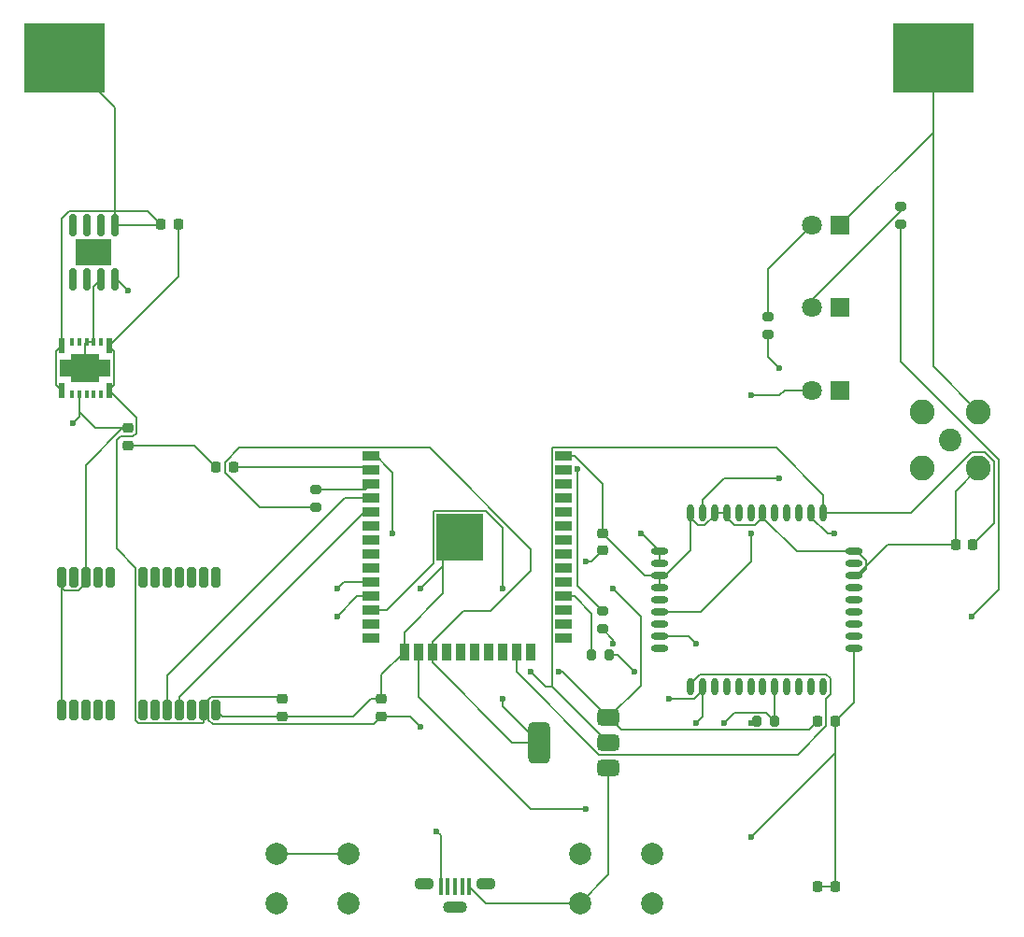
<source format=gbr>
%TF.GenerationSoftware,KiCad,Pcbnew,9.0.0*%
%TF.CreationDate,2025-07-02T16:13:02+05:30*%
%TF.ProjectId,ESP32 GPS + GSM Tracker,45535033-3220-4475-9053-202b2047534d,rev?*%
%TF.SameCoordinates,Original*%
%TF.FileFunction,Copper,L1,Top*%
%TF.FilePolarity,Positive*%
%FSLAX46Y46*%
G04 Gerber Fmt 4.6, Leading zero omitted, Abs format (unit mm)*
G04 Created by KiCad (PCBNEW 9.0.0) date 2025-07-02 16:13:02*
%MOMM*%
%LPD*%
G01*
G04 APERTURE LIST*
G04 Aperture macros list*
%AMRoundRect*
0 Rectangle with rounded corners*
0 $1 Rounding radius*
0 $2 $3 $4 $5 $6 $7 $8 $9 X,Y pos of 4 corners*
0 Add a 4 corners polygon primitive as box body*
4,1,4,$2,$3,$4,$5,$6,$7,$8,$9,$2,$3,0*
0 Add four circle primitives for the rounded corners*
1,1,$1+$1,$2,$3*
1,1,$1+$1,$4,$5*
1,1,$1+$1,$6,$7*
1,1,$1+$1,$8,$9*
0 Add four rect primitives between the rounded corners*
20,1,$1+$1,$2,$3,$4,$5,0*
20,1,$1+$1,$4,$5,$6,$7,0*
20,1,$1+$1,$6,$7,$8,$9,0*
20,1,$1+$1,$8,$9,$2,$3,0*%
%AMFreePoly0*
4,1,13,0.750000,1.250000,1.250000,1.250000,1.250000,-1.250000,0.750000,-1.250000,0.750000,-2.300000,-0.750000,-2.300000,-0.750000,-1.250000,-1.250000,-1.250000,-1.250000,1.250000,-0.750000,1.250000,-0.750000,2.300000,0.750000,2.300000,0.750000,1.250000,0.750000,1.250000,$1*%
G04 Aperture macros list end*
%TA.AperFunction,ComponentPad*%
%ADD10R,1.800000X1.800000*%
%TD*%
%TA.AperFunction,ComponentPad*%
%ADD11C,1.800000*%
%TD*%
%TA.AperFunction,ComponentPad*%
%ADD12C,2.000000*%
%TD*%
%TA.AperFunction,SMDPad,CuDef*%
%ADD13R,7.340000X6.350000*%
%TD*%
%TA.AperFunction,SMDPad,CuDef*%
%ADD14R,1.500000X0.900000*%
%TD*%
%TA.AperFunction,SMDPad,CuDef*%
%ADD15R,0.900000X1.500000*%
%TD*%
%TA.AperFunction,SMDPad,CuDef*%
%ADD16R,1.050000X1.050000*%
%TD*%
%TA.AperFunction,HeatsinkPad*%
%ADD17C,0.600000*%
%TD*%
%TA.AperFunction,HeatsinkPad*%
%ADD18R,4.200000X4.200000*%
%TD*%
%TA.AperFunction,SMDPad,CuDef*%
%ADD19O,0.600000X1.600000*%
%TD*%
%TA.AperFunction,SMDPad,CuDef*%
%ADD20O,1.600000X0.600000*%
%TD*%
%TA.AperFunction,SMDPad,CuDef*%
%ADD21RoundRect,0.200000X-0.200000X0.700000X-0.200000X-0.700000X0.200000X-0.700000X0.200000X0.700000X0*%
%TD*%
%TA.AperFunction,SMDPad,CuDef*%
%ADD22RoundRect,0.200000X0.275000X-0.200000X0.275000X0.200000X-0.275000X0.200000X-0.275000X-0.200000X0*%
%TD*%
%TA.AperFunction,SMDPad,CuDef*%
%ADD23RoundRect,0.225000X-0.225000X-0.250000X0.225000X-0.250000X0.225000X0.250000X-0.225000X0.250000X0*%
%TD*%
%TA.AperFunction,SMDPad,CuDef*%
%ADD24RoundRect,0.050000X0.200000X-0.650000X0.200000X0.650000X-0.200000X0.650000X-0.200000X-0.650000X0*%
%TD*%
%TA.AperFunction,SMDPad,CuDef*%
%ADD25RoundRect,0.050050X0.124950X-0.299950X0.124950X0.299950X-0.124950X0.299950X-0.124950X-0.299950X0*%
%TD*%
%TA.AperFunction,ComponentPad*%
%ADD26C,0.500000*%
%TD*%
%TA.AperFunction,SMDPad,CuDef*%
%ADD27FreePoly0,90.000000*%
%TD*%
%TA.AperFunction,SMDPad,CuDef*%
%ADD28RoundRect,0.225000X-0.250000X0.225000X-0.250000X-0.225000X0.250000X-0.225000X0.250000X0.225000X0*%
%TD*%
%TA.AperFunction,SMDPad,CuDef*%
%ADD29RoundRect,0.225000X0.225000X0.250000X-0.225000X0.250000X-0.225000X-0.250000X0.225000X-0.250000X0*%
%TD*%
%TA.AperFunction,SMDPad,CuDef*%
%ADD30RoundRect,0.200000X-0.200000X-0.275000X0.200000X-0.275000X0.200000X0.275000X-0.200000X0.275000X0*%
%TD*%
%TA.AperFunction,SMDPad,CuDef*%
%ADD31R,0.450000X1.500000*%
%TD*%
%TA.AperFunction,HeatsinkPad*%
%ADD32O,1.800000X1.100000*%
%TD*%
%TA.AperFunction,HeatsinkPad*%
%ADD33O,2.200000X1.100000*%
%TD*%
%TA.AperFunction,SMDPad,CuDef*%
%ADD34RoundRect,0.225000X0.250000X-0.225000X0.250000X0.225000X-0.250000X0.225000X-0.250000X-0.225000X0*%
%TD*%
%TA.AperFunction,SMDPad,CuDef*%
%ADD35RoundRect,0.150000X0.150000X-0.825000X0.150000X0.825000X-0.150000X0.825000X-0.150000X-0.825000X0*%
%TD*%
%TA.AperFunction,HeatsinkPad*%
%ADD36C,0.500000*%
%TD*%
%TA.AperFunction,HeatsinkPad*%
%ADD37R,3.300000X2.410000*%
%TD*%
%TA.AperFunction,ComponentPad*%
%ADD38C,2.050000*%
%TD*%
%TA.AperFunction,ComponentPad*%
%ADD39C,2.250000*%
%TD*%
%TA.AperFunction,SMDPad,CuDef*%
%ADD40RoundRect,0.375000X0.625000X0.375000X-0.625000X0.375000X-0.625000X-0.375000X0.625000X-0.375000X0*%
%TD*%
%TA.AperFunction,SMDPad,CuDef*%
%ADD41RoundRect,0.500000X0.500000X1.400000X-0.500000X1.400000X-0.500000X-1.400000X0.500000X-1.400000X0*%
%TD*%
%TA.AperFunction,ViaPad*%
%ADD42C,0.600000*%
%TD*%
%TA.AperFunction,Conductor*%
%ADD43C,0.200000*%
%TD*%
G04 APERTURE END LIST*
D10*
%TO.P,D2,1,K*%
%TO.N,GND*%
X150540000Y-74530000D03*
D11*
%TO.P,D2,2,A*%
%TO.N,Net-(D2-A)*%
X148000000Y-74530000D03*
%TD*%
D12*
%TO.P,SW2,1,1*%
%TO.N,Net-(U1-IO25)*%
X127000000Y-124000000D03*
X133500000Y-124000000D03*
%TO.P,SW2,2,2*%
%TO.N,GND*%
X127000000Y-128500000D03*
X133500000Y-128500000D03*
%TD*%
D13*
%TO.P,BT1,1,+*%
%TO.N,Net-(BT1-+)*%
X80300000Y-51865000D03*
%TO.P,BT1,2,-*%
%TO.N,GND*%
X158960000Y-51865000D03*
%TD*%
D14*
%TO.P,U1,1,GND*%
%TO.N,GND*%
X108000000Y-88000000D03*
%TO.P,U1,2,VDD*%
%TO.N,Net-(U1-VDD)*%
X108000000Y-89270000D03*
%TO.P,U1,3,EN*%
%TO.N,Net-(U1-EN)*%
X108000000Y-90540000D03*
%TO.P,U1,4,SENSOR_VP*%
%TO.N,Net-(U1-SENSOR_VP)*%
X108000000Y-91810000D03*
%TO.P,U1,5,SENSOR_VN*%
%TO.N,Net-(U1-SENSOR_VN)*%
X108000000Y-93080000D03*
%TO.P,U1,6,IO34*%
%TO.N,unconnected-(U1-IO34-Pad6)*%
X108000000Y-94350000D03*
%TO.P,U1,7,IO35*%
%TO.N,unconnected-(U1-IO35-Pad7)*%
X108000000Y-95620000D03*
%TO.P,U1,8,IO32*%
%TO.N,unconnected-(U1-IO32-Pad8)*%
X108000000Y-96890000D03*
%TO.P,U1,9,IO33*%
%TO.N,unconnected-(U1-IO33-Pad9)*%
X108000000Y-98160000D03*
%TO.P,U1,10,IO25*%
%TO.N,Net-(U1-IO25)*%
X108000000Y-99430000D03*
%TO.P,U1,11,IO26*%
%TO.N,Net-(U1-IO26)*%
X108000000Y-100700000D03*
%TO.P,U1,12,IO27*%
%TO.N,Net-(U1-IO27)*%
X108000000Y-101970000D03*
%TO.P,U1,13,IO14*%
%TO.N,unconnected-(U1-IO14-Pad13)*%
X108000000Y-103240000D03*
%TO.P,U1,14,IO12*%
%TO.N,unconnected-(U1-IO12-Pad14)*%
X108000000Y-104510000D03*
D15*
%TO.P,U1,15,GND*%
%TO.N,GND*%
X111040000Y-105760000D03*
%TO.P,U1,16,IO13*%
%TO.N,Net-(U1-IO13)*%
X112310000Y-105760000D03*
%TO.P,U1,17,SHD/SD2*%
%TO.N,/3.3V*%
X113580000Y-105760000D03*
%TO.P,U1,18,SWP/SD3*%
%TO.N,unconnected-(U1-SWP{slash}SD3-Pad18)*%
X114850000Y-105760000D03*
%TO.P,U1,19,SCS/CMD*%
%TO.N,unconnected-(U1-SCS{slash}CMD-Pad19)*%
X116120000Y-105760000D03*
%TO.P,U1,20,SCK/CLK*%
%TO.N,unconnected-(U1-SCK{slash}CLK-Pad20)*%
X117390000Y-105760000D03*
%TO.P,U1,21,SDO/SD0*%
%TO.N,unconnected-(U1-SDO{slash}SD0-Pad21)*%
X118660000Y-105760000D03*
%TO.P,U1,22,SDI/SD1*%
%TO.N,unconnected-(U1-SDI{slash}SD1-Pad22)*%
X119930000Y-105760000D03*
%TO.P,U1,23,IO15*%
%TO.N,Net-(U1-IO15)*%
X121200000Y-105760000D03*
%TO.P,U1,24,IO2*%
%TO.N,unconnected-(U1-IO2-Pad24)*%
X122470000Y-105760000D03*
D14*
%TO.P,U1,25,IO0*%
%TO.N,unconnected-(U1-IO0-Pad25)*%
X125500000Y-104510000D03*
%TO.P,U1,26,IO4*%
%TO.N,unconnected-(U1-IO4-Pad26)*%
X125500000Y-103240000D03*
%TO.P,U1,27,IO16*%
%TO.N,unconnected-(U1-IO16-Pad27)*%
X125500000Y-101970000D03*
%TO.P,U1,28,IO17*%
%TO.N,Net-(U1-IO17)*%
X125500000Y-100700000D03*
%TO.P,U1,29,IO5*%
%TO.N,unconnected-(U1-IO5-Pad29)*%
X125500000Y-99430000D03*
%TO.P,U1,30,IO18*%
%TO.N,unconnected-(U1-IO18-Pad30)*%
X125500000Y-98160000D03*
%TO.P,U1,31,IO19*%
%TO.N,unconnected-(U1-IO19-Pad31)*%
X125500000Y-96890000D03*
%TO.P,U1,32,NC*%
%TO.N,unconnected-(U1-NC-Pad32)*%
X125500000Y-95620000D03*
%TO.P,U1,33,IO21*%
%TO.N,unconnected-(U1-IO21-Pad33)*%
X125500000Y-94350000D03*
%TO.P,U1,34,RXD0/IO3*%
%TO.N,unconnected-(U1-RXD0{slash}IO3-Pad34)*%
X125500000Y-93080000D03*
%TO.P,U1,35,TXD0/IO1*%
%TO.N,unconnected-(U1-TXD0{slash}IO1-Pad35)*%
X125500000Y-91810000D03*
%TO.P,U1,36,IO22*%
%TO.N,unconnected-(U1-IO22-Pad36)*%
X125500000Y-90540000D03*
%TO.P,U1,37,IO23*%
%TO.N,unconnected-(U1-IO23-Pad37)*%
X125500000Y-89270000D03*
%TO.P,U1,38,GND*%
%TO.N,GND*%
X125500000Y-88000000D03*
D16*
%TO.P,U1,39,GND*%
X114545000Y-93815000D03*
D17*
X114545000Y-94577500D03*
D16*
X114545000Y-95340000D03*
D17*
X114545000Y-96102500D03*
D16*
X114545000Y-96865000D03*
D17*
X115307500Y-93815000D03*
X115307500Y-95340000D03*
X115307500Y-96865000D03*
D16*
X116070000Y-93815000D03*
D17*
X116070000Y-94577500D03*
D16*
X116070000Y-95340000D03*
D18*
X116070000Y-95340000D03*
D17*
X116070000Y-96102500D03*
D16*
X116070000Y-96865000D03*
D17*
X116832500Y-93815000D03*
X116832500Y-95340000D03*
X116832500Y-96865000D03*
D16*
X117595000Y-93815000D03*
D17*
X117595000Y-94577500D03*
D16*
X117595000Y-95340000D03*
D17*
X117595000Y-96102500D03*
D16*
X117595000Y-96865000D03*
%TD*%
D19*
%TO.P,U2,1,UART1_TXD*%
%TO.N,Net-(U1-IO15)*%
X136950000Y-108850000D03*
%TO.P,U2,2,UART1_RXD*%
%TO.N,Net-(U2-UART1_RXD)*%
X138050000Y-108850000D03*
%TO.P,U2,3,UART1_RTS*%
%TO.N,unconnected-(U2-UART1_RTS-Pad3)*%
X139150000Y-108850000D03*
%TO.P,U2,4,UART1_CTS*%
%TO.N,unconnected-(U2-UART1_CTS-Pad4)*%
X140250000Y-108850000D03*
%TO.P,U2,5,UART1_DCD*%
%TO.N,unconnected-(U2-UART1_DCD-Pad5)*%
X141350000Y-108850000D03*
%TO.P,U2,6,UART1_DTR*%
%TO.N,unconnected-(U2-UART1_DTR-Pad6)*%
X142450000Y-108850000D03*
%TO.P,U2,7,UART1_RI*%
%TO.N,unconnected-(U2-UART1_RI-Pad7)*%
X143550000Y-108850000D03*
%TO.P,U2,8,GND*%
%TO.N,GND*%
X144650000Y-108850000D03*
%TO.P,U2,9,MICP*%
%TO.N,unconnected-(U2-MICP-Pad9)*%
X145750000Y-108850000D03*
%TO.P,U2,10,MICN*%
%TO.N,unconnected-(U2-MICN-Pad10)*%
X146850000Y-108850000D03*
%TO.P,U2,11,SPKP*%
%TO.N,unconnected-(U2-SPKP-Pad11)*%
X147950000Y-108850000D03*
%TO.P,U2,12,SPKN*%
%TO.N,unconnected-(U2-SPKN-Pad12)*%
X149050000Y-108850000D03*
D20*
%TO.P,U2,13,GND*%
%TO.N,GND*%
X151800000Y-105400000D03*
%TO.P,U2,14,SIM_DET*%
%TO.N,unconnected-(U2-SIM_DET-Pad14)*%
X151800000Y-104300000D03*
%TO.P,U2,15,SIM_DATA*%
%TO.N,unconnected-(U2-SIM_DATA-Pad15)*%
X151800000Y-103200000D03*
%TO.P,U2,16,SIM_CLK*%
%TO.N,unconnected-(U2-SIM_CLK-Pad16)*%
X151800000Y-102100000D03*
%TO.P,U2,17,SIM_RST*%
%TO.N,unconnected-(U2-SIM_RST-Pad17)*%
X151800000Y-101000000D03*
%TO.P,U2,18,SIM_VDD*%
%TO.N,unconnected-(U2-SIM_VDD-Pad18)*%
X151800000Y-99900000D03*
%TO.P,U2,19,GND*%
%TO.N,GND*%
X151800000Y-98800000D03*
%TO.P,U2,20,BT_ANT*%
%TO.N,unconnected-(U2-BT_ANT-Pad20)*%
X151800000Y-97700000D03*
%TO.P,U2,21,GND*%
%TO.N,GND*%
X151800000Y-96600000D03*
D19*
%TO.P,U2,22,UART2_TXD*%
%TO.N,/3.3V*%
X149050000Y-93150000D03*
%TO.P,U2,23,UART2_RXD*%
%TO.N,Net-(U1-IO13)*%
X147950000Y-93150000D03*
%TO.P,U2,24,USB_VBUS*%
%TO.N,unconnected-(U2-USB_VBUS-Pad24)*%
X146850000Y-93150000D03*
%TO.P,U2,25,USB_DP*%
%TO.N,unconnected-(U2-USB_DP-Pad25)*%
X145750000Y-93150000D03*
%TO.P,U2,26,USB_DM*%
%TO.N,unconnected-(U2-USB_DM-Pad26)*%
X144650000Y-93150000D03*
%TO.P,U2,27,GND*%
%TO.N,GND*%
X143550000Y-93150000D03*
%TO.P,U2,28,VRTC*%
%TO.N,unconnected-(U2-VRTC-Pad28)*%
X142450000Y-93150000D03*
%TO.P,U2,29,RF_SYNC*%
%TO.N,unconnected-(U2-RF_SYNC-Pad29)*%
X141350000Y-93150000D03*
%TO.P,U2,30,GND*%
%TO.N,GND*%
X140250000Y-93150000D03*
%TO.P,U2,31,GND*%
X139150000Y-93150000D03*
%TO.P,U2,32,GSM_ANT*%
%TO.N,Net-(J2-In)*%
X138050000Y-93150000D03*
%TO.P,U2,33,GND*%
%TO.N,GND*%
X136950000Y-93150000D03*
D20*
%TO.P,U2,34,VBAT*%
%TO.N,/4V*%
X134200000Y-96600000D03*
%TO.P,U2,35,VBAT*%
X134200000Y-97700000D03*
%TO.P,U2,36,GND*%
%TO.N,GND*%
X134200000Y-98800000D03*
%TO.P,U2,37,GND*%
X134200000Y-99900000D03*
%TO.P,U2,38,ADC*%
%TO.N,unconnected-(U2-ADC-Pad38)*%
X134200000Y-101000000D03*
%TO.P,U2,39,~{PWRKEY}*%
%TO.N,Net-(U2-~{PWRKEY})*%
X134200000Y-102100000D03*
%TO.P,U2,40,VDD_EXT*%
%TO.N,unconnected-(U2-VDD_EXT-Pad40)*%
X134200000Y-103200000D03*
%TO.P,U2,41,NETLIGHT*%
%TO.N,Net-(U2-NETLIGHT)*%
X134200000Y-104300000D03*
%TO.P,U2,42,STATUS*%
%TO.N,unconnected-(U2-STATUS-Pad42)*%
X134200000Y-105400000D03*
%TD*%
D21*
%TO.P,U3,1,~{SAFEBOOT}*%
%TO.N,unconnected-(U3-~{SAFEBOOT}-Pad1)*%
X94000000Y-99000000D03*
%TO.P,U3,2,D_SEL*%
%TO.N,unconnected-(U3-D_SEL-Pad2)*%
X92900000Y-99000000D03*
%TO.P,U3,3,TIMEPULSE*%
%TO.N,unconnected-(U3-TIMEPULSE-Pad3)*%
X91800000Y-99000000D03*
%TO.P,U3,4,EXTINT*%
%TO.N,unconnected-(U3-EXTINT-Pad4)*%
X90700000Y-99000000D03*
%TO.P,U3,5,USB_DM*%
%TO.N,unconnected-(U3-USB_DM-Pad5)*%
X89600000Y-99000000D03*
%TO.P,U3,6,USB_DP*%
%TO.N,unconnected-(U3-USB_DP-Pad6)*%
X88500000Y-99000000D03*
%TO.P,U3,7,VDD_USB*%
%TO.N,unconnected-(U3-VDD_USB-Pad7)*%
X87400000Y-99000000D03*
%TO.P,U3,8,~{RESET}*%
%TO.N,unconnected-(U3-~{RESET}-Pad8)*%
X84400000Y-99000000D03*
%TO.P,U3,9,VCC_RF*%
%TO.N,unconnected-(U3-VCC_RF-Pad9)*%
X83300000Y-99000000D03*
%TO.P,U3,10,GND*%
%TO.N,GND*%
X82200000Y-99000000D03*
%TO.P,U3,11,RF_IN*%
%TO.N,unconnected-(U3-RF_IN-Pad11)*%
X81100000Y-99000000D03*
%TO.P,U3,12,GND*%
%TO.N,GND*%
X80000000Y-99000000D03*
%TO.P,U3,13,GND*%
X80000000Y-111000000D03*
%TO.P,U3,14,LNA_EN*%
%TO.N,unconnected-(U3-LNA_EN-Pad14)*%
X81100000Y-111000000D03*
%TO.P,U3,15,RESERVED*%
%TO.N,unconnected-(U3-RESERVED-Pad15)*%
X82200000Y-111000000D03*
%TO.P,U3,16,RESERVED*%
%TO.N,unconnected-(U3-RESERVED-Pad16)*%
X83300000Y-111000000D03*
%TO.P,U3,17,RESERVED*%
%TO.N,unconnected-(U3-RESERVED-Pad17)*%
X84400000Y-111000000D03*
%TO.P,U3,18,SDA/~{SPI_CS}*%
%TO.N,unconnected-(U3-SDA{slash}~{SPI_CS}-Pad18)*%
X87400000Y-111000000D03*
%TO.P,U3,19,SCL/SPI_CLK*%
%TO.N,unconnected-(U3-SCL{slash}SPI_CLK-Pad19)*%
X88500000Y-111000000D03*
%TO.P,U3,20,TXD/SPI_MISO*%
%TO.N,Net-(U1-SENSOR_VP)*%
X89600000Y-111000000D03*
%TO.P,U3,21,RXD/SPI_MOSI*%
%TO.N,Net-(U1-SENSOR_VN)*%
X90700000Y-111000000D03*
%TO.P,U3,22,V_BCKP*%
%TO.N,unconnected-(U3-V_BCKP-Pad22)*%
X91800000Y-111000000D03*
%TO.P,U3,23,VCC*%
%TO.N,/4V*%
X92900000Y-111000000D03*
%TO.P,U3,24,GND*%
%TO.N,GND*%
X94000000Y-111000000D03*
%TD*%
D22*
%TO.P,R6,1*%
%TO.N,Net-(U2-~{PWRKEY})*%
X144000000Y-77000000D03*
%TO.P,R6,2*%
%TO.N,Net-(D3-A)*%
X144000000Y-75350000D03*
%TD*%
%TO.P,R3,1*%
%TO.N,/3.3V*%
X103000000Y-92650000D03*
%TO.P,R3,2*%
%TO.N,Net-(U1-EN)*%
X103000000Y-91000000D03*
%TD*%
D23*
%TO.P,C6,1*%
%TO.N,GND*%
X148530000Y-127000000D03*
%TO.P,C6,2*%
X150080000Y-127000000D03*
%TD*%
D24*
%TO.P,U7,1,VIN*%
%TO.N,Net-(BT1-+)*%
X80000000Y-82000000D03*
D25*
%TO.P,U7,2,EN*%
%TO.N,unconnected-(U7-EN-Pad2)*%
X80975000Y-82350000D03*
%TO.P,U7,3,PGND*%
%TO.N,GND*%
X81625000Y-82350000D03*
%TO.P,U7,4,DNC*%
%TO.N,unconnected-(U7-DNC-Pad4)*%
X82275000Y-82350000D03*
%TO.P,U7,5,DNC*%
%TO.N,unconnected-(U7-DNC-Pad5)*%
X82925000Y-82350000D03*
%TO.P,U7,6,PGOOD*%
%TO.N,unconnected-(U7-PGOOD-Pad6)*%
X83575000Y-82350000D03*
D24*
%TO.P,U7,7,VOUT*%
%TO.N,/4V*%
X84300000Y-82000000D03*
%TO.P,U7,8,VOUT*%
X84300000Y-78000000D03*
D25*
%TO.P,U7,9,FB*%
%TO.N,unconnected-(U7-FB-Pad9)*%
X83575000Y-77650000D03*
%TO.P,U7,10,PGND*%
%TO.N,GND*%
X82925000Y-77650000D03*
%TO.P,U7,11,PGND*%
X82275000Y-77650000D03*
%TO.P,U7,12,AGND*%
%TO.N,unconnected-(U7-AGND-Pad12)*%
X81625000Y-77650000D03*
%TO.P,U7,13,V5V*%
%TO.N,unconnected-(U7-V5V-Pad13)*%
X80975000Y-77650000D03*
D24*
%TO.P,U7,14,VIN*%
%TO.N,Net-(BT1-+)*%
X80000000Y-78000000D03*
D26*
%TO.P,U7,15,PGND*%
%TO.N,GND*%
X81195000Y-80950000D03*
X82145000Y-80950000D03*
X83095000Y-80950000D03*
X80245000Y-80000000D03*
X81195000Y-80000000D03*
X82145000Y-80000000D03*
D27*
X82145000Y-80000000D03*
D26*
X83095000Y-80000000D03*
X84045000Y-80000000D03*
X81195000Y-79050000D03*
X82145000Y-79050000D03*
X83095000Y-79050000D03*
%TD*%
D22*
%TO.P,R4,1*%
%TO.N,Net-(U1-IO27)*%
X129000000Y-103650000D03*
%TO.P,R4,2*%
%TO.N,Net-(D1-A)*%
X129000000Y-102000000D03*
%TD*%
D28*
%TO.P,C2,1*%
%TO.N,GND*%
X86000000Y-85450000D03*
%TO.P,C2,2*%
%TO.N,Net-(C1-Pad1)*%
X86000000Y-87000000D03*
%TD*%
D29*
%TO.P,C7,1*%
%TO.N,/3.3V*%
X162550000Y-96000000D03*
%TO.P,C7,2*%
%TO.N,GND*%
X161000000Y-96000000D03*
%TD*%
D12*
%TO.P,SW3,1,1*%
%TO.N,Net-(U1-IO26)*%
X99500000Y-124050000D03*
X106000000Y-124050000D03*
%TO.P,SW3,2,2*%
%TO.N,GND*%
X99500000Y-128550000D03*
X106000000Y-128550000D03*
%TD*%
D23*
%TO.P,C8,1*%
%TO.N,Net-(BT1-+)*%
X89000000Y-67000000D03*
%TO.P,C8,2*%
%TO.N,/4V*%
X90550000Y-67000000D03*
%TD*%
D30*
%TO.P,R2,1*%
%TO.N,Net-(U2-UART1_RXD)*%
X143000000Y-112000000D03*
%TO.P,R2,2*%
%TO.N,GND*%
X144650000Y-112000000D03*
%TD*%
D23*
%TO.P,C4,1*%
%TO.N,/4V*%
X148530000Y-112000000D03*
%TO.P,C4,2*%
%TO.N,GND*%
X150080000Y-112000000D03*
%TD*%
D10*
%TO.P,D3,1,K*%
%TO.N,GND*%
X150540000Y-67060000D03*
D11*
%TO.P,D3,2,A*%
%TO.N,Net-(D3-A)*%
X148000000Y-67060000D03*
%TD*%
D31*
%TO.P,J1,1,VBUS*%
%TO.N,Net-(J1-VBUS)*%
X114350000Y-127000000D03*
%TO.P,J1,2,D-*%
%TO.N,unconnected-(J1-D--Pad2)*%
X115000000Y-127000000D03*
%TO.P,J1,3,D+*%
%TO.N,unconnected-(J1-D+-Pad3)*%
X115650000Y-127000000D03*
%TO.P,J1,4,ID*%
%TO.N,unconnected-(J1-ID-Pad4)*%
X116300000Y-127000000D03*
%TO.P,J1,5,GND*%
%TO.N,GND*%
X116950000Y-127000000D03*
D32*
%TO.P,J1,6,Shield*%
%TO.N,unconnected-(J1-Shield-Pad6)_1*%
X112850000Y-126750000D03*
D33*
%TO.N,unconnected-(J1-Shield-Pad6)*%
X115650000Y-128900000D03*
D32*
%TO.N,unconnected-(J1-Shield-Pad6)_2*%
X118450000Y-126750000D03*
%TD*%
D30*
%TO.P,R1,1*%
%TO.N,Net-(U1-IO17)*%
X128000000Y-106000000D03*
%TO.P,R1,2*%
%TO.N,Net-(U2-UART1_RXD)*%
X129650000Y-106000000D03*
%TD*%
D10*
%TO.P,D1,1,K*%
%TO.N,GND*%
X150540000Y-82000000D03*
D11*
%TO.P,D1,2,A*%
%TO.N,Net-(D1-A)*%
X148000000Y-82000000D03*
%TD*%
D34*
%TO.P,C3,1*%
%TO.N,/4V*%
X109000000Y-111550000D03*
%TO.P,C3,2*%
%TO.N,GND*%
X109000000Y-110000000D03*
%TD*%
D23*
%TO.P,C1,1*%
%TO.N,Net-(C1-Pad1)*%
X94000000Y-89000000D03*
%TO.P,C1,2*%
%TO.N,Net-(U1-VDD)*%
X95550000Y-89000000D03*
%TD*%
D35*
%TO.P,U4,1,TEMP*%
%TO.N,unconnected-(U4-TEMP-Pad1)*%
X81000000Y-72000000D03*
%TO.P,U4,2,PROG*%
%TO.N,unconnected-(U4-PROG-Pad2)*%
X82270000Y-72000000D03*
%TO.P,U4,3,GND*%
%TO.N,GND*%
X83540000Y-72000000D03*
%TO.P,U4,4,V_{CC}*%
%TO.N,Net-(J1-VBUS)*%
X84810000Y-72000000D03*
%TO.P,U4,5,BAT*%
%TO.N,Net-(BT1-+)*%
X84810000Y-67050000D03*
%TO.P,U4,6,~{STDBY}*%
%TO.N,unconnected-(U4-~{STDBY}-Pad6)*%
X83540000Y-67050000D03*
%TO.P,U4,7,~{CHRG}*%
%TO.N,unconnected-(U4-~{CHRG}-Pad7)*%
X82270000Y-67050000D03*
%TO.P,U4,8,CE*%
%TO.N,unconnected-(U4-CE-Pad8)*%
X81000000Y-67050000D03*
D36*
%TO.P,U4,9,EPAD*%
%TO.N,unconnected-(U4-EPAD-Pad9)_2*%
X81705000Y-70225000D03*
%TO.N,unconnected-(U4-EPAD-Pad9)_3*%
X82905000Y-70225000D03*
%TO.N,unconnected-(U4-EPAD-Pad9)*%
X84105000Y-70225000D03*
D37*
%TO.N,unconnected-(U4-EPAD-Pad9)_7*%
X82905000Y-69525000D03*
D36*
%TO.N,unconnected-(U4-EPAD-Pad9)_6*%
X81705000Y-68825000D03*
%TO.N,unconnected-(U4-EPAD-Pad9)_4*%
X82905000Y-68825000D03*
%TO.N,unconnected-(U4-EPAD-Pad9)_1*%
X84105000Y-68825000D03*
%TD*%
D28*
%TO.P,C5,1*%
%TO.N,/4V*%
X100000000Y-110000000D03*
%TO.P,C5,2*%
%TO.N,GND*%
X100000000Y-111550000D03*
%TD*%
D34*
%TO.P,C9,1*%
%TO.N,/4V*%
X129000000Y-96550000D03*
%TO.P,C9,2*%
%TO.N,GND*%
X129000000Y-95000000D03*
%TD*%
D38*
%TO.P,J2,1,In*%
%TO.N,Net-(J2-In)*%
X160540000Y-86540000D03*
D39*
%TO.P,J2,2,Ext*%
%TO.N,GND*%
X163080000Y-84000000D03*
X158000000Y-84000000D03*
X163080000Y-89080000D03*
X158000000Y-89080000D03*
%TD*%
D40*
%TO.P,U5,1,GND*%
%TO.N,GND*%
X129580000Y-116275000D03*
%TO.P,U5,2,VO*%
%TO.N,/3.3V*%
X129580000Y-113975000D03*
D41*
X123280000Y-113975000D03*
D40*
%TO.P,U5,3,VI*%
%TO.N,/4V*%
X129580000Y-111675000D03*
%TD*%
D22*
%TO.P,R5,1*%
%TO.N,Net-(U2-NETLIGHT)*%
X156000000Y-67000000D03*
%TO.P,R5,2*%
%TO.N,Net-(D2-A)*%
X156000000Y-65350000D03*
%TD*%
D42*
%TO.N,GND*%
X110000000Y-95000000D03*
X81000000Y-85000000D03*
X112500000Y-100000000D03*
X140000000Y-112176000D03*
X142500000Y-122500000D03*
%TO.N,/3.3V*%
X122500000Y-107500000D03*
X120000000Y-110000000D03*
%TO.N,/4V*%
X125049000Y-107500000D03*
X130000000Y-100000000D03*
X132500000Y-95000000D03*
X112500000Y-112500000D03*
X127500000Y-97500000D03*
%TO.N,Net-(D1-A)*%
X142500000Y-82500000D03*
X126750000Y-89148529D03*
%TO.N,Net-(J1-VBUS)*%
X114000000Y-122000000D03*
X86000000Y-73000000D03*
%TO.N,Net-(J2-In)*%
X145000000Y-90000000D03*
%TO.N,Net-(U2-UART1_RXD)*%
X142500000Y-112176000D03*
X137500000Y-112176000D03*
X131900000Y-107500000D03*
X135000000Y-110000000D03*
%TO.N,Net-(U1-IO27)*%
X120000000Y-100000000D03*
X130000000Y-105000000D03*
%TO.N,Net-(U2-NETLIGHT)*%
X162500000Y-102500000D03*
X137500000Y-105000000D03*
%TO.N,Net-(U2-~{PWRKEY})*%
X142500000Y-95000000D03*
X145000000Y-80000000D03*
%TO.N,Net-(U1-IO25)*%
X105000000Y-100000000D03*
%TO.N,Net-(U1-IO26)*%
X105000000Y-102500000D03*
%TO.N,Net-(U1-IO13)*%
X150000000Y-95000000D03*
X127500000Y-120000000D03*
%TD*%
D43*
%TO.N,Net-(BT1-+)*%
X84810000Y-67050000D02*
X88950000Y-67050000D01*
X80659032Y-65774000D02*
X80000000Y-66433032D01*
X80000000Y-78000000D02*
X79539000Y-78461000D01*
X88950000Y-67050000D02*
X89000000Y-67000000D01*
X87774000Y-65774000D02*
X80659032Y-65774000D01*
X79539000Y-81539000D02*
X80000000Y-82000000D01*
X84810000Y-56375000D02*
X84810000Y-67050000D01*
X89000000Y-67000000D02*
X87774000Y-65774000D01*
X80000000Y-66433032D02*
X80000000Y-78000000D01*
X80300000Y-51865000D02*
X84810000Y-56375000D01*
X79539000Y-78461000D02*
X79539000Y-81539000D01*
%TO.N,GND*%
X109000000Y-110000000D02*
X109000000Y-107800000D01*
X146600000Y-96600000D02*
X143550000Y-93550000D01*
X151800000Y-96600000D02*
X146600000Y-96600000D01*
X143550000Y-93550000D02*
X142849000Y-94251000D01*
X154849942Y-96000000D02*
X161000000Y-96000000D01*
X143550000Y-93150000D02*
X143550000Y-93550000D01*
X158960000Y-51865000D02*
X158960000Y-58640000D01*
X144650000Y-112000000D02*
X143874000Y-111224000D01*
X83075000Y-85450000D02*
X81625000Y-84000000D01*
X80000000Y-111000000D02*
X80000000Y-99000000D01*
X81000000Y-85000000D02*
X81625000Y-84375000D01*
X152049942Y-98800000D02*
X154849942Y-96000000D01*
X129000000Y-90550000D02*
X126450000Y-88000000D01*
X143874000Y-111224000D02*
X140952000Y-111224000D01*
X152901000Y-98199000D02*
X152300000Y-98800000D01*
X140951000Y-94251000D02*
X140250000Y-93550000D01*
X132800000Y-98800000D02*
X129000000Y-95000000D01*
X142849000Y-94251000D02*
X140951000Y-94251000D01*
X150080000Y-112000000D02*
X150080000Y-114920000D01*
X136950000Y-96550000D02*
X136950000Y-93150000D01*
X129000000Y-95000000D02*
X129000000Y-90550000D01*
X85525000Y-85450000D02*
X86000000Y-85450000D01*
X109000000Y-110000000D02*
X108000000Y-110000000D01*
X134700000Y-98800000D02*
X136950000Y-96550000D01*
X139150000Y-93399942D02*
X138298942Y-94251000D01*
X151800000Y-105400000D02*
X151800000Y-110280000D01*
X106450000Y-111550000D02*
X100000000Y-111550000D01*
X108000000Y-110000000D02*
X106450000Y-111550000D01*
X150080000Y-114920000D02*
X142500000Y-122500000D01*
X81513064Y-100201000D02*
X80301000Y-100201000D01*
X82275000Y-77650000D02*
X82925000Y-77650000D01*
X151800000Y-96600000D02*
X152049942Y-96600000D01*
X116950000Y-127000000D02*
X118450000Y-128500000D01*
X148530000Y-127000000D02*
X150080000Y-127000000D01*
X114545000Y-97955000D02*
X112500000Y-100000000D01*
X82200000Y-99000000D02*
X82200000Y-88775000D01*
X137651000Y-94251000D02*
X136950000Y-93550000D01*
X152901000Y-97451058D02*
X152901000Y-98199000D01*
X151800000Y-98800000D02*
X152049942Y-98800000D01*
X80301000Y-100201000D02*
X80000000Y-99900000D01*
X161000000Y-96000000D02*
X161000000Y-91160000D01*
X138298942Y-94251000D02*
X137651000Y-94251000D01*
X140952000Y-111224000D02*
X140000000Y-112176000D01*
X82925000Y-72615000D02*
X83540000Y-72000000D01*
X86000000Y-85450000D02*
X83075000Y-85450000D01*
X134200000Y-99900000D02*
X134200000Y-98800000D01*
X151800000Y-110280000D02*
X150080000Y-112000000D01*
X152300000Y-98800000D02*
X151800000Y-98800000D01*
X161000000Y-91160000D02*
X163080000Y-89080000D01*
X82200000Y-88775000D02*
X85525000Y-85450000D01*
X81625000Y-84000000D02*
X81625000Y-82350000D01*
X158960000Y-79880000D02*
X163080000Y-84000000D01*
X118450000Y-128500000D02*
X127000000Y-128500000D01*
X100000000Y-111550000D02*
X94550000Y-111550000D01*
X82200000Y-99514064D02*
X81513064Y-100201000D01*
X152049942Y-96600000D02*
X152901000Y-97451058D01*
X111040000Y-105760000D02*
X111040000Y-103960000D01*
X82145000Y-77780000D02*
X82275000Y-77650000D01*
X129580000Y-125920000D02*
X127000000Y-128500000D01*
X140250000Y-93150000D02*
X139150000Y-93150000D01*
X134200000Y-98800000D02*
X134700000Y-98800000D01*
X126450000Y-88000000D02*
X125500000Y-88000000D01*
X94550000Y-111550000D02*
X94000000Y-111000000D01*
X110000000Y-95000000D02*
X110000000Y-89468000D01*
X158960000Y-51865000D02*
X158960000Y-79880000D01*
X150080000Y-127000000D02*
X150080000Y-112000000D01*
X82925000Y-77650000D02*
X82925000Y-72615000D01*
X136950000Y-93550000D02*
X136950000Y-93150000D01*
X144650000Y-112000000D02*
X144650000Y-108850000D01*
X134200000Y-98800000D02*
X132800000Y-98800000D01*
X158960000Y-58640000D02*
X150540000Y-67060000D01*
X114545000Y-100455000D02*
X114545000Y-96865000D01*
X129580000Y-116275000D02*
X129580000Y-125920000D01*
X114545000Y-93815000D02*
X114545000Y-97955000D01*
X139150000Y-93150000D02*
X139150000Y-93399942D01*
X82200000Y-99000000D02*
X82200000Y-99514064D01*
X81625000Y-84375000D02*
X81625000Y-84000000D01*
X140250000Y-93550000D02*
X140250000Y-93150000D01*
X82145000Y-79050000D02*
X82145000Y-77780000D01*
X110000000Y-89468000D02*
X108182000Y-87650000D01*
X80000000Y-99900000D02*
X80000000Y-99000000D01*
X111040000Y-103960000D02*
X114545000Y-100455000D01*
X109000000Y-107800000D02*
X111040000Y-105760000D01*
%TO.N,/3.3V*%
X94799000Y-88525890D02*
X94799000Y-89474110D01*
X113348100Y-87249000D02*
X96075890Y-87249000D01*
X122500000Y-96400900D02*
X113348100Y-87249000D01*
X96075890Y-87249000D02*
X94799000Y-88525890D01*
X120845000Y-113975000D02*
X113580000Y-106710000D01*
X94799000Y-89474110D02*
X97974890Y-92650000D01*
X122500000Y-107500000D02*
X123844000Y-108844000D01*
X118862843Y-101987100D02*
X122500000Y-98349943D01*
X124449000Y-87249000D02*
X144749000Y-87249000D01*
X113580000Y-106710000D02*
X113580000Y-105760000D01*
X123844000Y-108844000D02*
X124449000Y-108844000D01*
X156993331Y-93150000D02*
X162489331Y-87654000D01*
X123280000Y-113975000D02*
X120000000Y-110695000D01*
X149050000Y-93150000D02*
X156993331Y-93150000D01*
X163670669Y-87654000D02*
X164506000Y-88489331D01*
X120000000Y-110695000D02*
X120000000Y-110000000D01*
X113580000Y-104810000D02*
X116402900Y-101987100D01*
X149050000Y-91550000D02*
X149050000Y-93150000D01*
X164506000Y-88489331D02*
X164506000Y-94044000D01*
X97974890Y-92650000D02*
X103000000Y-92650000D01*
X144749000Y-87249000D02*
X149050000Y-91550000D01*
X113580000Y-105760000D02*
X113580000Y-104810000D01*
X123280000Y-113975000D02*
X120845000Y-113975000D01*
X164506000Y-94044000D02*
X162550000Y-96000000D01*
X122500000Y-98349943D02*
X122500000Y-96400900D01*
X129580000Y-113975000D02*
X124449000Y-108844000D01*
X162489331Y-87654000D02*
X163670669Y-87654000D01*
X124449000Y-108844000D02*
X124449000Y-87249000D01*
X116402900Y-101987100D02*
X118862843Y-101987100D01*
%TO.N,Net-(C1-Pad1)*%
X86000000Y-87000000D02*
X92000000Y-87000000D01*
X92000000Y-87000000D02*
X94000000Y-89000000D01*
%TO.N,/4V*%
X132600000Y-95000000D02*
X134200000Y-96600000D01*
X108249000Y-112301000D02*
X109000000Y-111550000D01*
X111550000Y-111550000D02*
X112500000Y-112500000D01*
X100000000Y-110000000D02*
X99799000Y-109799000D01*
X134200000Y-96600000D02*
X134200000Y-97700000D01*
X86986936Y-112201000D02*
X92799000Y-112201000D01*
X84300000Y-82000000D02*
X86776000Y-84476000D01*
X93686936Y-112301000D02*
X108249000Y-112301000D01*
X86474110Y-86201000D02*
X85350000Y-86201000D01*
X85000000Y-86551000D02*
X85000000Y-96387936D01*
X84300000Y-78000000D02*
X84751000Y-78451000D01*
X84751000Y-78451000D02*
X84751000Y-81549000D01*
X86776000Y-85899110D02*
X86474110Y-86201000D01*
X99799000Y-109799000D02*
X93586936Y-109799000D01*
X90550000Y-67000000D02*
X90550000Y-71750000D01*
X93299000Y-110086936D02*
X93299000Y-111913064D01*
X92799000Y-112201000D02*
X92900000Y-112100000D01*
X132500000Y-95000000D02*
X132600000Y-95000000D01*
X86699000Y-111913064D02*
X86986936Y-112201000D01*
X92900000Y-111000000D02*
X92900000Y-110485936D01*
X92900000Y-112100000D02*
X92900000Y-111000000D01*
X84751000Y-81549000D02*
X84300000Y-82000000D01*
X129580000Y-111675000D02*
X125405000Y-107500000D01*
X90550000Y-71750000D02*
X84300000Y-78000000D01*
X93586936Y-109799000D02*
X93299000Y-110086936D01*
X129580000Y-111675000D02*
X132500000Y-108755000D01*
X92900000Y-110485936D02*
X93586936Y-109799000D01*
X132500000Y-102500000D02*
X130000000Y-100000000D01*
X85000000Y-96387936D02*
X86699000Y-98086936D01*
X147754000Y-112776000D02*
X148530000Y-112000000D01*
X127500000Y-97500000D02*
X128050000Y-97500000D01*
X93299000Y-111913064D02*
X93686936Y-112301000D01*
X125405000Y-107500000D02*
X125049000Y-107500000D01*
X129580000Y-111675000D02*
X130681000Y-112776000D01*
X86699000Y-98086936D02*
X86699000Y-111913064D01*
X130681000Y-112776000D02*
X147754000Y-112776000D01*
X85350000Y-86201000D02*
X85000000Y-86551000D01*
X128050000Y-97500000D02*
X129000000Y-96550000D01*
X86776000Y-84476000D02*
X86776000Y-85899110D01*
X109000000Y-111550000D02*
X111550000Y-111550000D01*
X132500000Y-108755000D02*
X132500000Y-102500000D01*
%TO.N,Net-(D1-A)*%
X126750000Y-99750000D02*
X126750000Y-89148529D01*
X129000000Y-102000000D02*
X126750000Y-99750000D01*
X142500000Y-82500000D02*
X145000000Y-82500000D01*
X145500000Y-82000000D02*
X148000000Y-82000000D01*
X145000000Y-82500000D02*
X145500000Y-82000000D01*
%TO.N,Net-(D2-A)*%
X148000000Y-74530000D02*
X148000000Y-73810936D01*
X156000000Y-65810936D02*
X156000000Y-65350000D01*
X148000000Y-73810936D02*
X156000000Y-65810936D01*
%TO.N,Net-(D3-A)*%
X144000000Y-75350000D02*
X144000000Y-71060000D01*
X144000000Y-71060000D02*
X148000000Y-67060000D01*
%TO.N,Net-(J1-VBUS)*%
X114000000Y-122000000D02*
X114350000Y-122350000D01*
X85000000Y-72000000D02*
X86000000Y-73000000D01*
X84810000Y-72000000D02*
X85000000Y-72000000D01*
X114350000Y-122350000D02*
X114350000Y-127000000D01*
%TO.N,Net-(J2-In)*%
X138050000Y-93150000D02*
X138050000Y-91950000D01*
X138050000Y-91950000D02*
X140000000Y-90000000D01*
X140000000Y-90000000D02*
X145000000Y-90000000D01*
%TO.N,Net-(U1-IO17)*%
X126450000Y-100700000D02*
X128000000Y-102250000D01*
X128000000Y-102250000D02*
X128000000Y-106000000D01*
X125500000Y-100700000D02*
X126450000Y-100700000D01*
%TO.N,Net-(U2-UART1_RXD)*%
X138050000Y-109250000D02*
X138050000Y-108850000D01*
X142500000Y-112176000D02*
X142824000Y-112176000D01*
X138050000Y-108850000D02*
X138050000Y-111626000D01*
X135000000Y-110000000D02*
X137300000Y-110000000D01*
X130400000Y-106000000D02*
X131900000Y-107500000D01*
X129650000Y-106000000D02*
X130400000Y-106000000D01*
X142824000Y-112176000D02*
X143000000Y-112000000D01*
X138050000Y-111626000D02*
X137500000Y-112176000D01*
X137300000Y-110000000D02*
X138050000Y-109250000D01*
%TO.N,Net-(U1-EN)*%
X103000000Y-91000000D02*
X107540000Y-91000000D01*
X107540000Y-91000000D02*
X108000000Y-90540000D01*
%TO.N,Net-(U1-IO27)*%
X109440000Y-101970000D02*
X113669000Y-97741000D01*
X108000000Y-101970000D02*
X109440000Y-101970000D01*
X118471000Y-92939000D02*
X120000000Y-94468000D01*
X130000000Y-105000000D02*
X130000000Y-104650000D01*
X113669000Y-92939000D02*
X118471000Y-92939000D01*
X120000000Y-94468000D02*
X120000000Y-100000000D01*
X113669000Y-97741000D02*
X113669000Y-92939000D01*
X130000000Y-104650000D02*
X129000000Y-103650000D01*
%TO.N,Net-(U2-NETLIGHT)*%
X156000000Y-67000000D02*
X156000000Y-79416231D01*
X156000000Y-79416231D02*
X164907000Y-88323231D01*
X136800000Y-104300000D02*
X134200000Y-104300000D01*
X137500000Y-105000000D02*
X136800000Y-104300000D01*
X164907000Y-88323231D02*
X164907000Y-100093000D01*
X164907000Y-100093000D02*
X162500000Y-102500000D01*
%TO.N,Net-(U2-~{PWRKEY})*%
X144000000Y-79000000D02*
X144000000Y-77000000D01*
X137900000Y-102100000D02*
X142500000Y-97500000D01*
X145000000Y-80000000D02*
X144000000Y-79000000D01*
X134200000Y-102100000D02*
X137900000Y-102100000D01*
X142500000Y-97500000D02*
X142500000Y-95000000D01*
%TO.N,Net-(U1-IO25)*%
X105000000Y-100000000D02*
X105570000Y-99430000D01*
X105570000Y-99430000D02*
X108000000Y-99430000D01*
%TO.N,Net-(U1-IO26)*%
X106000000Y-124050000D02*
X99500000Y-124050000D01*
X105000000Y-102500000D02*
X106800000Y-100700000D01*
X106800000Y-100700000D02*
X108000000Y-100700000D01*
%TO.N,Net-(U1-IO15)*%
X149298942Y-109951000D02*
X149651000Y-109598942D01*
X149298942Y-107749000D02*
X137801058Y-107749000D01*
X149651000Y-109598942D02*
X149651000Y-108101058D01*
X149298942Y-112456168D02*
X149298942Y-109951000D01*
X146729110Y-115026000D02*
X149298942Y-112456168D01*
X149651000Y-108101058D02*
X149298942Y-107749000D01*
X121200000Y-107551008D02*
X128674992Y-115026000D01*
X121200000Y-105760000D02*
X121200000Y-107551008D01*
X128674992Y-115026000D02*
X146729110Y-115026000D01*
X137801058Y-107749000D02*
X136950000Y-108600058D01*
X136950000Y-108600058D02*
X136950000Y-108850000D01*
%TO.N,Net-(U1-SENSOR_VN)*%
X90700000Y-109848000D02*
X107468000Y-93080000D01*
X107468000Y-93080000D02*
X108000000Y-93080000D01*
X90700000Y-111000000D02*
X90700000Y-109848000D01*
%TO.N,Net-(U1-IO13)*%
X147950000Y-93550000D02*
X147950000Y-93150000D01*
X149400000Y-95000000D02*
X147950000Y-93550000D01*
X150000000Y-95000000D02*
X149400000Y-95000000D01*
X122500000Y-120000000D02*
X127500000Y-120000000D01*
X112310000Y-109810000D02*
X122500000Y-120000000D01*
X112310000Y-105760000D02*
X112310000Y-109810000D01*
%TO.N,Net-(U1-SENSOR_VP)*%
X89600000Y-107900000D02*
X89600000Y-111000000D01*
X105690000Y-91810000D02*
X89600000Y-107900000D01*
X108000000Y-91810000D02*
X105690000Y-91810000D01*
%TO.N,Net-(U1-VDD)*%
X107730000Y-89000000D02*
X108000000Y-89270000D01*
X95550000Y-89000000D02*
X107730000Y-89000000D01*
%TD*%
M02*

</source>
